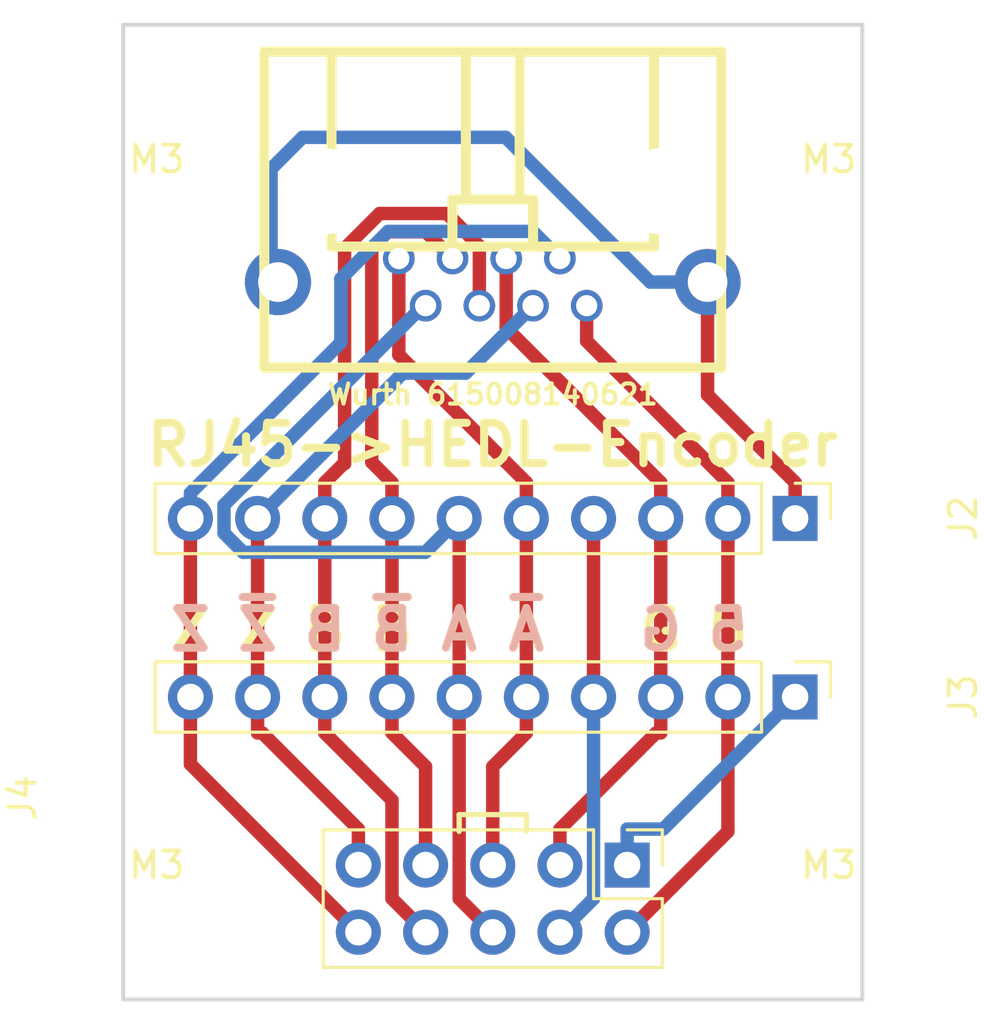
<source format=kicad_pcb>
(kicad_pcb (version 4) (host pcbnew 4.0.7-e2-6376~58~ubuntu17.04.1)

  (general
    (links 29)
    (no_connects 0)
    (area 134.544999 86.284999 162.635001 123.265001)
    (thickness 1.6)
    (drawings 32)
    (tracks 94)
    (zones 0)
    (modules 8)
    (nets 12)
  )

  (page A4)
  (layers
    (0 F.Cu signal)
    (31 B.Cu signal)
    (32 B.Adhes user)
    (33 F.Adhes user)
    (34 B.Paste user)
    (35 F.Paste user)
    (36 B.SilkS user)
    (37 F.SilkS user)
    (38 B.Mask user)
    (39 F.Mask user)
    (40 Dwgs.User user hide)
    (41 Cmts.User user hide)
    (42 Eco1.User user hide)
    (43 Eco2.User user hide)
    (44 Edge.Cuts user)
    (45 Margin user hide)
    (46 B.CrtYd user hide)
    (47 F.CrtYd user hide)
    (48 B.Fab user hide)
    (49 F.Fab user hide)
  )

  (setup
    (last_trace_width 0.508)
    (trace_clearance 0.1524)
    (zone_clearance 0.508)
    (zone_45_only no)
    (trace_min 0.1524)
    (segment_width 0.2)
    (edge_width 0.15)
    (via_size 0.6858)
    (via_drill 0.3302)
    (via_min_size 0.6858)
    (via_min_drill 0.3302)
    (uvia_size 0.762)
    (uvia_drill 0.508)
    (uvias_allowed no)
    (uvia_min_size 0)
    (uvia_min_drill 0)
    (pcb_text_width 0.3)
    (pcb_text_size 1.5 1.5)
    (mod_edge_width 0.15)
    (mod_text_size 1 1)
    (mod_text_width 0.15)
    (pad_size 1.524 1.524)
    (pad_drill 0.762)
    (pad_to_mask_clearance 0.2)
    (aux_axis_origin 0 0)
    (visible_elements FFFF5E21)
    (pcbplotparams
      (layerselection 0x00030_80000001)
      (usegerberextensions false)
      (excludeedgelayer true)
      (linewidth 0.100000)
      (plotframeref false)
      (viasonmask false)
      (mode 1)
      (useauxorigin false)
      (hpglpennumber 1)
      (hpglpenspeed 20)
      (hpglpendiameter 15)
      (hpglpenoverlay 2)
      (psnegative false)
      (psa4output false)
      (plotreference true)
      (plotvalue true)
      (plotinvisibletext false)
      (padsonsilk false)
      (subtractmaskfromsilk false)
      (outputformat 1)
      (mirror false)
      (drillshape 1)
      (scaleselection 1)
      (outputdirectory ""))
  )

  (net 0 "")
  (net 1 "Net-(J1-Pad3)")
  (net 2 "Net-(J1-Pad1)")
  (net 3 "Net-(J1-Pad2)")
  (net 4 "Net-(J1-Pad4)")
  (net 5 "Net-(J1-Pad10)")
  (net 6 "Net-(J1-Pad6)")
  (net 7 "Net-(J1-Pad7)")
  (net 8 "Net-(J1-Pad8)")
  (net 9 "Net-(J2-Pad4)")
  (net 10 "Net-(J1-Pad5)")
  (net 11 "Net-(J3-Pad1)")

  (net_class Default "This is the default net class."
    (clearance 0.1524)
    (trace_width 0.508)
    (via_dia 0.6858)
    (via_drill 0.3302)
    (uvia_dia 0.762)
    (uvia_drill 0.508)
    (add_net "Net-(J1-Pad1)")
    (add_net "Net-(J1-Pad10)")
    (add_net "Net-(J1-Pad2)")
    (add_net "Net-(J1-Pad3)")
    (add_net "Net-(J1-Pad4)")
    (add_net "Net-(J1-Pad5)")
    (add_net "Net-(J1-Pad6)")
    (add_net "Net-(J1-Pad7)")
    (add_net "Net-(J1-Pad8)")
    (add_net "Net-(J2-Pad4)")
    (add_net "Net-(J3-Pad1)")
  )

  (module kflopbreakout:rj45-shield2 (layer F.Cu) (tedit 59F2D071) (tstamp 59F2BE30)
    (at 148.59 92.71 180)
    (descr "RJ45, shielded")
    (path /59F19995)
    (fp_text reference "Wurth 615008140621" (at 0 -7.62 180) (layer F.SilkS)
      (effects (font (size 0.762 0.762) (thickness 0.1524)))
    )
    (fp_text value RJ45->HEDL-Encoder (at 0 -9.525 180) (layer F.SilkS)
      (effects (font (thickness 0.3048)))
    )
    (fp_line (start 8.636 5.334) (end 8.636 -6.604) (layer F.SilkS) (width 0.381))
    (fp_line (start -8.636 -6.604) (end -8.636 5.334) (layer F.SilkS) (width 0.381))
    (fp_line (start 1.524 -0.254) (end -1.524 -0.254) (layer F.SilkS) (width 0.381))
    (fp_line (start 1.016 -0.254) (end 1.016 5.334) (layer F.SilkS) (width 0.381))
    (fp_line (start 1.524 -2.032) (end 1.524 -0.254) (layer F.SilkS) (width 0.381))
    (fp_line (start -1.524 -0.254) (end -1.524 -2.032) (layer F.SilkS) (width 0.381))
    (fp_line (start -1.016 5.334) (end -1.016 -0.254) (layer F.SilkS) (width 0.381))
    (fp_line (start -6.096 5.334) (end -6.096 -2.032) (layer F.SilkS) (width 0.381))
    (fp_line (start -6.096 -2.032) (end 6.096 -2.032) (layer F.SilkS) (width 0.381))
    (fp_line (start 6.096 -2.032) (end 6.096 5.334) (layer F.SilkS) (width 0.381))
    (fp_line (start -8.636 -6.604) (end 8.636 -6.604) (layer F.SilkS) (width 0.381))
    (fp_line (start 8.636 5.334) (end -8.636 5.334) (layer F.SilkS) (width 0.381))
    (pad 3 thru_hole circle (at 1.52146 -2.48412 180) (size 1.19888 1.19888) (drill 0.8001) (layers *.Cu *.Mask)
      (net 1 "Net-(J1-Pad3)"))
    (pad 1 thru_hole circle (at 3.55092 -2.48412 180) (size 1.19888 1.19888) (drill 0.8001) (layers *.Cu *.Mask)
      (net 2 "Net-(J1-Pad1)"))
    (pad 2 thru_hole circle (at 2.53746 -4.26466 180) (size 1.19888 1.19888) (drill 0.8001) (layers *.Cu *.Mask)
      (net 3 "Net-(J1-Pad2)"))
    (pad 4 thru_hole circle (at 0.508 -4.26466 180) (size 1.19888 1.19888) (drill 0.8001) (layers *.Cu *.Mask)
      (net 4 "Net-(J1-Pad4)"))
    (pad 5 thru_hole circle (at -0.508 -2.48412 180) (size 1.19888 1.19888) (drill 0.8001) (layers *.Cu *.Mask)
      (net 10 "Net-(J1-Pad5)"))
    (pad 6 thru_hole circle (at -1.52146 -4.26466 180) (size 1.19888 1.19888) (drill 0.8001) (layers *.Cu *.Mask)
      (net 6 "Net-(J1-Pad6)"))
    (pad 7 thru_hole circle (at -2.53746 -2.48412 180) (size 1.19888 1.19888) (drill 0.8001) (layers *.Cu *.Mask)
      (net 7 "Net-(J1-Pad7)"))
    (pad 8 thru_hole circle (at -3.55092 -4.26466 180) (size 1.19888 1.19888) (drill 0.8001) (layers *.Cu *.Mask)
      (net 8 "Net-(J1-Pad8)"))
    (pad 10 thru_hole circle (at -8.12038 -3.37312 180) (size 2.49936 2.49936) (drill 1.50114) (layers *.Cu *.Mask)
      (net 5 "Net-(J1-Pad10)"))
    (pad 9 thru_hole circle (at 8.12038 -3.37312 180) (size 2.49936 2.49936) (drill 1.50114) (layers *.Cu *.Mask)
      (net 5 "Net-(J1-Pad10)"))
    (pad "" np_thru_hole circle (at -6.33984 0.05588 180) (size 3.2512 3.2512) (drill 3.2512) (layers *.Cu))
    (pad "" np_thru_hole circle (at 6.33984 0.05588 180) (size 3.2512 3.2512) (drill 3.2512) (layers *.Cu))
    (model walter/conn_pc/rj45-shield.wrl
      (at (xyz 0 0 0))
      (scale (xyz 1 1 1))
      (rotate (xyz 0 0 0))
    )
  )

  (module Pin_Headers:Pin_Header_Straight_1x10_Pitch2.54mm (layer F.Cu) (tedit 59F2CC3F) (tstamp 59F2BE3E)
    (at 160.02 105.0141 270)
    (descr "Through hole straight pin header, 1x10, 2.54mm pitch, single row")
    (tags "Through hole pin header THT 1x10 2.54mm single row")
    (path /59E70D66)
    (fp_text reference J2 (at 0 -6.35 270) (layer F.SilkS)
      (effects (font (size 1 1) (thickness 0.15)))
    )
    (fp_text value Conn_01x10 (at 0 25.19 270) (layer F.Fab)
      (effects (font (size 1 1) (thickness 0.15)))
    )
    (fp_line (start -0.635 -1.27) (end 1.27 -1.27) (layer F.Fab) (width 0.1))
    (fp_line (start 1.27 -1.27) (end 1.27 24.13) (layer F.Fab) (width 0.1))
    (fp_line (start 1.27 24.13) (end -1.27 24.13) (layer F.Fab) (width 0.1))
    (fp_line (start -1.27 24.13) (end -1.27 -0.635) (layer F.Fab) (width 0.1))
    (fp_line (start -1.27 -0.635) (end -0.635 -1.27) (layer F.Fab) (width 0.1))
    (fp_line (start -1.33 24.19) (end 1.33 24.19) (layer F.SilkS) (width 0.12))
    (fp_line (start -1.33 1.27) (end -1.33 24.19) (layer F.SilkS) (width 0.12))
    (fp_line (start 1.33 1.27) (end 1.33 24.19) (layer F.SilkS) (width 0.12))
    (fp_line (start -1.33 1.27) (end 1.33 1.27) (layer F.SilkS) (width 0.12))
    (fp_line (start -1.33 0) (end -1.33 -1.33) (layer F.SilkS) (width 0.12))
    (fp_line (start -1.33 -1.33) (end 0 -1.33) (layer F.SilkS) (width 0.12))
    (fp_line (start -1.8 -1.8) (end -1.8 24.65) (layer F.CrtYd) (width 0.05))
    (fp_line (start -1.8 24.65) (end 1.8 24.65) (layer F.CrtYd) (width 0.05))
    (fp_line (start 1.8 24.65) (end 1.8 -1.8) (layer F.CrtYd) (width 0.05))
    (fp_line (start 1.8 -1.8) (end -1.8 -1.8) (layer F.CrtYd) (width 0.05))
    (fp_text user %R (at 0 11.43 360) (layer F.Fab)
      (effects (font (size 1 1) (thickness 0.15)))
    )
    (pad 1 thru_hole rect (at 0 0 270) (size 1.7 1.7) (drill 1) (layers *.Cu *.Mask)
      (net 5 "Net-(J1-Pad10)"))
    (pad 2 thru_hole oval (at 0 2.54 270) (size 1.7 1.7) (drill 1) (layers *.Cu *.Mask)
      (net 8 "Net-(J1-Pad8)"))
    (pad 3 thru_hole oval (at 0 5.08 270) (size 1.7 1.7) (drill 1) (layers *.Cu *.Mask)
      (net 10 "Net-(J1-Pad5)"))
    (pad 4 thru_hole oval (at 0 7.62 270) (size 1.7 1.7) (drill 1) (layers *.Cu *.Mask)
      (net 9 "Net-(J2-Pad4)"))
    (pad 5 thru_hole oval (at 0 10.16 270) (size 1.7 1.7) (drill 1) (layers *.Cu *.Mask)
      (net 2 "Net-(J1-Pad1)"))
    (pad 6 thru_hole oval (at 0 12.7 270) (size 1.7 1.7) (drill 1) (layers *.Cu *.Mask)
      (net 3 "Net-(J1-Pad2)"))
    (pad 7 thru_hole oval (at 0 15.24 270) (size 1.7 1.7) (drill 1) (layers *.Cu *.Mask)
      (net 1 "Net-(J1-Pad3)"))
    (pad 8 thru_hole oval (at 0 17.78 270) (size 1.7 1.7) (drill 1) (layers *.Cu *.Mask)
      (net 4 "Net-(J1-Pad4)"))
    (pad 9 thru_hole oval (at 0 20.32 270) (size 1.7 1.7) (drill 1) (layers *.Cu *.Mask)
      (net 6 "Net-(J1-Pad6)"))
    (pad 10 thru_hole oval (at 0 22.86 270) (size 1.7 1.7) (drill 1) (layers *.Cu *.Mask)
      (net 7 "Net-(J1-Pad7)"))
    (model ${KISYS3DMOD}/Pin_Headers.3dshapes/Pin_Header_Straight_1x10_Pitch2.54mm.wrl
      (at (xyz 0 0 0))
      (scale (xyz 1 1 1))
      (rotate (xyz 0 0 0))
    )
  )

  (module Pin_Headers:Pin_Header_Straight_1x10_Pitch2.54mm (layer F.Cu) (tedit 59F2CC44) (tstamp 59F2BE4C)
    (at 160.02 111.76 270)
    (descr "Through hole straight pin header, 1x10, 2.54mm pitch, single row")
    (tags "Through hole pin header THT 1x10 2.54mm single row")
    (path /59E70E0F)
    (fp_text reference J3 (at 0 -6.35 270) (layer F.SilkS)
      (effects (font (size 1 1) (thickness 0.15)))
    )
    (fp_text value Conn_01x10 (at 0 25.19 270) (layer F.Fab)
      (effects (font (size 1 1) (thickness 0.15)))
    )
    (fp_line (start -0.635 -1.27) (end 1.27 -1.27) (layer F.Fab) (width 0.1))
    (fp_line (start 1.27 -1.27) (end 1.27 24.13) (layer F.Fab) (width 0.1))
    (fp_line (start 1.27 24.13) (end -1.27 24.13) (layer F.Fab) (width 0.1))
    (fp_line (start -1.27 24.13) (end -1.27 -0.635) (layer F.Fab) (width 0.1))
    (fp_line (start -1.27 -0.635) (end -0.635 -1.27) (layer F.Fab) (width 0.1))
    (fp_line (start -1.33 24.19) (end 1.33 24.19) (layer F.SilkS) (width 0.12))
    (fp_line (start -1.33 1.27) (end -1.33 24.19) (layer F.SilkS) (width 0.12))
    (fp_line (start 1.33 1.27) (end 1.33 24.19) (layer F.SilkS) (width 0.12))
    (fp_line (start -1.33 1.27) (end 1.33 1.27) (layer F.SilkS) (width 0.12))
    (fp_line (start -1.33 0) (end -1.33 -1.33) (layer F.SilkS) (width 0.12))
    (fp_line (start -1.33 -1.33) (end 0 -1.33) (layer F.SilkS) (width 0.12))
    (fp_line (start -1.8 -1.8) (end -1.8 24.65) (layer F.CrtYd) (width 0.05))
    (fp_line (start -1.8 24.65) (end 1.8 24.65) (layer F.CrtYd) (width 0.05))
    (fp_line (start 1.8 24.65) (end 1.8 -1.8) (layer F.CrtYd) (width 0.05))
    (fp_line (start 1.8 -1.8) (end -1.8 -1.8) (layer F.CrtYd) (width 0.05))
    (fp_text user %R (at 0 11.43 360) (layer F.Fab)
      (effects (font (size 1 1) (thickness 0.15)))
    )
    (pad 1 thru_hole rect (at 0 0 270) (size 1.7 1.7) (drill 1) (layers *.Cu *.Mask)
      (net 11 "Net-(J3-Pad1)"))
    (pad 2 thru_hole oval (at 0 2.54 270) (size 1.7 1.7) (drill 1) (layers *.Cu *.Mask)
      (net 8 "Net-(J1-Pad8)"))
    (pad 3 thru_hole oval (at 0 5.08 270) (size 1.7 1.7) (drill 1) (layers *.Cu *.Mask)
      (net 10 "Net-(J1-Pad5)"))
    (pad 4 thru_hole oval (at 0 7.62 270) (size 1.7 1.7) (drill 1) (layers *.Cu *.Mask)
      (net 9 "Net-(J2-Pad4)"))
    (pad 5 thru_hole oval (at 0 10.16 270) (size 1.7 1.7) (drill 1) (layers *.Cu *.Mask)
      (net 2 "Net-(J1-Pad1)"))
    (pad 6 thru_hole oval (at 0 12.7 270) (size 1.7 1.7) (drill 1) (layers *.Cu *.Mask)
      (net 3 "Net-(J1-Pad2)"))
    (pad 7 thru_hole oval (at 0 15.24 270) (size 1.7 1.7) (drill 1) (layers *.Cu *.Mask)
      (net 1 "Net-(J1-Pad3)"))
    (pad 8 thru_hole oval (at 0 17.78 270) (size 1.7 1.7) (drill 1) (layers *.Cu *.Mask)
      (net 4 "Net-(J1-Pad4)"))
    (pad 9 thru_hole oval (at 0 20.32 270) (size 1.7 1.7) (drill 1) (layers *.Cu *.Mask)
      (net 6 "Net-(J1-Pad6)"))
    (pad 10 thru_hole oval (at 0 22.86 270) (size 1.7 1.7) (drill 1) (layers *.Cu *.Mask)
      (net 7 "Net-(J1-Pad7)"))
    (model ${KISYS3DMOD}/Pin_Headers.3dshapes/Pin_Header_Straight_1x10_Pitch2.54mm.wrl
      (at (xyz 0 0 0))
      (scale (xyz 1 1 1))
      (rotate (xyz 0 0 0))
    )
  )

  (module Pin_Headers:Pin_Header_Straight_2x05_Pitch2.54mm (layer F.Cu) (tedit 59F2CC55) (tstamp 59F2BE5A)
    (at 153.67 118.11 270)
    (descr "Through hole straight pin header, 2x05, 2.54mm pitch, double rows")
    (tags "Through hole pin header THT 2x05 2.54mm double row")
    (path /59E70C4D)
    (fp_text reference J4 (at -2.54 22.86 270) (layer F.SilkS)
      (effects (font (size 1 1) (thickness 0.15)))
    )
    (fp_text value Conn_02x05_Odd_Even (at 1.27 12.49 270) (layer F.Fab)
      (effects (font (size 1 1) (thickness 0.15)))
    )
    (fp_line (start 0 -1.27) (end 3.81 -1.27) (layer F.Fab) (width 0.1))
    (fp_line (start 3.81 -1.27) (end 3.81 11.43) (layer F.Fab) (width 0.1))
    (fp_line (start 3.81 11.43) (end -1.27 11.43) (layer F.Fab) (width 0.1))
    (fp_line (start -1.27 11.43) (end -1.27 0) (layer F.Fab) (width 0.1))
    (fp_line (start -1.27 0) (end 0 -1.27) (layer F.Fab) (width 0.1))
    (fp_line (start -1.33 11.49) (end 3.87 11.49) (layer F.SilkS) (width 0.12))
    (fp_line (start -1.33 1.27) (end -1.33 11.49) (layer F.SilkS) (width 0.12))
    (fp_line (start 3.87 -1.33) (end 3.87 11.49) (layer F.SilkS) (width 0.12))
    (fp_line (start -1.33 1.27) (end 1.27 1.27) (layer F.SilkS) (width 0.12))
    (fp_line (start 1.27 1.27) (end 1.27 -1.33) (layer F.SilkS) (width 0.12))
    (fp_line (start 1.27 -1.33) (end 3.87 -1.33) (layer F.SilkS) (width 0.12))
    (fp_line (start -1.33 0) (end -1.33 -1.33) (layer F.SilkS) (width 0.12))
    (fp_line (start -1.33 -1.33) (end 0 -1.33) (layer F.SilkS) (width 0.12))
    (fp_line (start -1.8 -1.8) (end -1.8 11.95) (layer F.CrtYd) (width 0.05))
    (fp_line (start -1.8 11.95) (end 4.35 11.95) (layer F.CrtYd) (width 0.05))
    (fp_line (start 4.35 11.95) (end 4.35 -1.8) (layer F.CrtYd) (width 0.05))
    (fp_line (start 4.35 -1.8) (end -1.8 -1.8) (layer F.CrtYd) (width 0.05))
    (fp_text user %R (at 1.27 5.08 360) (layer F.Fab)
      (effects (font (size 1 1) (thickness 0.15)))
    )
    (pad 1 thru_hole rect (at 0 0 270) (size 1.7 1.7) (drill 1) (layers *.Cu *.Mask)
      (net 11 "Net-(J3-Pad1)"))
    (pad 2 thru_hole oval (at 2.54 0 270) (size 1.7 1.7) (drill 1) (layers *.Cu *.Mask)
      (net 8 "Net-(J1-Pad8)"))
    (pad 3 thru_hole oval (at 0 2.54 270) (size 1.7 1.7) (drill 1) (layers *.Cu *.Mask)
      (net 10 "Net-(J1-Pad5)"))
    (pad 4 thru_hole oval (at 2.54 2.54 270) (size 1.7 1.7) (drill 1) (layers *.Cu *.Mask)
      (net 9 "Net-(J2-Pad4)"))
    (pad 5 thru_hole oval (at 0 5.08 270) (size 1.7 1.7) (drill 1) (layers *.Cu *.Mask)
      (net 2 "Net-(J1-Pad1)"))
    (pad 6 thru_hole oval (at 2.54 5.08 270) (size 1.7 1.7) (drill 1) (layers *.Cu *.Mask)
      (net 3 "Net-(J1-Pad2)"))
    (pad 7 thru_hole oval (at 0 7.62 270) (size 1.7 1.7) (drill 1) (layers *.Cu *.Mask)
      (net 1 "Net-(J1-Pad3)"))
    (pad 8 thru_hole oval (at 2.54 7.62 270) (size 1.7 1.7) (drill 1) (layers *.Cu *.Mask)
      (net 4 "Net-(J1-Pad4)"))
    (pad 9 thru_hole oval (at 0 10.16 270) (size 1.7 1.7) (drill 1) (layers *.Cu *.Mask)
      (net 6 "Net-(J1-Pad6)"))
    (pad 10 thru_hole oval (at 2.54 10.16 270) (size 1.7 1.7) (drill 1) (layers *.Cu *.Mask)
      (net 7 "Net-(J1-Pad7)"))
    (model ${KISYS3DMOD}/Pin_Headers.3dshapes/Pin_Header_Straight_2x05_Pitch2.54mm.wrl
      (at (xyz 0 0 0))
      (scale (xyz 1 1 1))
      (rotate (xyz 0 0 0))
    )
  )

  (module Mounting_Holes:MountingHole_3.2mm_M3 (layer F.Cu) (tedit 59F2D14B) (tstamp 59F2C32B)
    (at 137.16 88.9)
    (descr "Mounting Hole 3.2mm, no annular, M3")
    (tags "mounting hole 3.2mm no annular m3")
    (attr virtual)
    (fp_text reference M3 (at -1.27 2.54) (layer F.SilkS)
      (effects (font (size 1 1) (thickness 0.15)))
    )
    (fp_text value MountingHole_3.2mm_M3 (at 0 4.2) (layer F.Fab)
      (effects (font (size 1 1) (thickness 0.15)))
    )
    (fp_text user %R (at 0.3 0) (layer F.Fab)
      (effects (font (size 1 1) (thickness 0.15)))
    )
    (fp_circle (center 0 0) (end 3.2 0) (layer Cmts.User) (width 0.15))
    (fp_circle (center 0 0) (end 3.45 0) (layer F.CrtYd) (width 0.05))
    (pad 1 np_thru_hole circle (at 0 0) (size 3.2 3.2) (drill 3.2) (layers *.Cu *.Mask))
  )

  (module Mounting_Holes:MountingHole_3.2mm_M3 (layer F.Cu) (tedit 59F2D153) (tstamp 59F2C33C)
    (at 160.02 88.9)
    (descr "Mounting Hole 3.2mm, no annular, M3")
    (tags "mounting hole 3.2mm no annular m3")
    (attr virtual)
    (fp_text reference M3 (at 1.27 2.54) (layer F.SilkS)
      (effects (font (size 1 1) (thickness 0.15)))
    )
    (fp_text value MountingHole_3.2mm_M3 (at 0 4.2) (layer F.Fab)
      (effects (font (size 1 1) (thickness 0.15)))
    )
    (fp_text user %R (at 0.3 0) (layer F.Fab)
      (effects (font (size 1 1) (thickness 0.15)))
    )
    (fp_circle (center 0 0) (end 3.2 0) (layer Cmts.User) (width 0.15))
    (fp_circle (center 0 0) (end 3.45 0) (layer F.CrtYd) (width 0.05))
    (pad 1 np_thru_hole circle (at 0 0) (size 3.2 3.2) (drill 3.2) (layers *.Cu *.Mask))
  )

  (module Mounting_Holes:MountingHole_3.2mm_M3 (layer F.Cu) (tedit 59F2D15D) (tstamp 59F2C341)
    (at 137.16 120.65)
    (descr "Mounting Hole 3.2mm, no annular, M3")
    (tags "mounting hole 3.2mm no annular m3")
    (attr virtual)
    (fp_text reference M3 (at -1.27 -2.54) (layer F.SilkS)
      (effects (font (size 1 1) (thickness 0.15)))
    )
    (fp_text value MountingHole_3.2mm_M3 (at 0 4.2) (layer F.Fab)
      (effects (font (size 1 1) (thickness 0.15)))
    )
    (fp_text user %R (at 0.3 0) (layer F.Fab)
      (effects (font (size 1 1) (thickness 0.15)))
    )
    (fp_circle (center 0 0) (end 3.2 0) (layer Cmts.User) (width 0.15))
    (fp_circle (center 0 0) (end 3.45 0) (layer F.CrtYd) (width 0.05))
    (pad 1 np_thru_hole circle (at 0 0) (size 3.2 3.2) (drill 3.2) (layers *.Cu *.Mask))
  )

  (module Mounting_Holes:MountingHole_3.2mm_M3 (layer F.Cu) (tedit 59F2CF52) (tstamp 59F2C347)
    (at 160.02 120.65)
    (descr "Mounting Hole 3.2mm, no annular, M3")
    (tags "mounting hole 3.2mm no annular m3")
    (attr virtual)
    (fp_text reference M3 (at 1.27 -2.54) (layer F.SilkS)
      (effects (font (size 1 1) (thickness 0.15)))
    )
    (fp_text value MountingHole_3.2mm_M3 (at 0 4.2) (layer F.Fab)
      (effects (font (size 1 1) (thickness 0.15)))
    )
    (fp_text user %R (at 0.3 0) (layer F.Fab)
      (effects (font (size 1 1) (thickness 0.15)))
    )
    (fp_circle (center 0 0) (end 3.2 0) (layer Cmts.User) (width 0.15))
    (fp_circle (center 0 0) (end 3.45 0) (layer F.CrtYd) (width 0.05))
    (pad 1 np_thru_hole circle (at 0 0) (size 3.2 3.2) (drill 3.2) (layers *.Cu *.Mask))
  )

  (gr_line (start 147.32 116.205) (end 147.32 116.84) (angle 90) (layer F.SilkS) (width 0.2))
  (gr_line (start 149.86 116.205) (end 147.32 116.205) (angle 90) (layer F.SilkS) (width 0.2))
  (gr_line (start 149.86 116.84) (end 149.86 116.205) (angle 90) (layer F.SilkS) (width 0.2))
  (gr_text Z (at 137.16 109.22) (layer B.SilkS)
    (effects (font (size 1.5 1.5) (thickness 0.3)) (justify mirror))
  )
  (gr_text ~Z (at 139.7 109.22) (layer B.SilkS)
    (effects (font (size 1.5 1.5) (thickness 0.3)) (justify mirror))
  )
  (gr_text B (at 142.24 109.22) (layer B.SilkS)
    (effects (font (size 1.5 1.5) (thickness 0.3)) (justify mirror))
  )
  (gr_text ~B (at 144.78 109.22) (layer B.SilkS)
    (effects (font (size 1.5 1.5) (thickness 0.3)) (justify mirror))
  )
  (gr_text A (at 147.32 109.22) (layer B.SilkS)
    (effects (font (size 1.5 1.5) (thickness 0.3)) (justify mirror))
  )
  (gr_text ~A (at 149.86 109.22) (layer B.SilkS)
    (effects (font (size 1.5 1.5) (thickness 0.3)) (justify mirror))
  )
  (gr_text G (at 154.94 109.22) (layer B.SilkS)
    (effects (font (size 1.5 1.5) (thickness 0.3)) (justify mirror))
  )
  (gr_text 5 (at 157.48 109.22) (layer B.SilkS)
    (effects (font (size 1.5 1.5) (thickness 0.3)) (justify mirror))
  )
  (gr_text Z (at 137.16 109.22) (layer F.Paste)
    (effects (font (size 1.5 1.5) (thickness 0.3)))
  )
  (gr_text ~Z (at 139.7 109.22) (layer F.Paste)
    (effects (font (size 1.5 1.5) (thickness 0.3)))
  )
  (gr_text B (at 142.24 109.22) (layer F.Paste)
    (effects (font (size 1.5 1.5) (thickness 0.3)))
  )
  (gr_text ~B (at 144.78 109.22) (layer F.Paste)
    (effects (font (size 1.5 1.5) (thickness 0.3)))
  )
  (gr_text A (at 147.32 109.22) (layer F.Paste)
    (effects (font (size 1.5 1.5) (thickness 0.3)))
  )
  (gr_text ~A (at 149.86 109.22) (layer F.Paste)
    (effects (font (size 1.5 1.5) (thickness 0.3)))
  )
  (gr_text G (at 154.94 109.22) (layer F.Paste)
    (effects (font (size 1.5 1.5) (thickness 0.3)))
  )
  (gr_text 5 (at 157.48 109.22) (layer F.Paste)
    (effects (font (size 1.5 1.5) (thickness 0.3)))
  )
  (gr_text 5 (at 157.48 109.22) (layer F.SilkS)
    (effects (font (size 1.5 1.5) (thickness 0.3)))
  )
  (gr_text Z (at 137.16 109.22) (layer F.SilkS)
    (effects (font (size 1.5 1.5) (thickness 0.3)))
  )
  (gr_text ~Z (at 139.7 109.22) (layer F.SilkS)
    (effects (font (size 1.5 1.5) (thickness 0.3)))
  )
  (gr_text G (at 154.94 109.22) (layer F.SilkS)
    (effects (font (size 1.5 1.5) (thickness 0.3)))
  )
  (gr_text B (at 142.24 109.22) (layer F.SilkS)
    (effects (font (size 1.5 1.5) (thickness 0.3)))
  )
  (gr_text ~B (at 144.78 109.22) (layer F.SilkS)
    (effects (font (size 1.5 1.5) (thickness 0.3)))
  )
  (gr_text A (at 147.32 109.22) (layer F.SilkS)
    (effects (font (size 1.5 1.5) (thickness 0.3)))
  )
  (gr_text ~A (at 149.86 109.22) (layer F.SilkS)
    (effects (font (size 1.5 1.5) (thickness 0.3)))
  )
  (gr_line (start 134.62 123.19) (end 134.62 105.41) (angle 90) (layer Edge.Cuts) (width 0.15))
  (gr_line (start 162.56 123.19) (end 134.62 123.19) (angle 90) (layer Edge.Cuts) (width 0.15))
  (gr_line (start 162.56 86.36) (end 162.56 123.19) (angle 90) (layer Edge.Cuts) (width 0.15))
  (gr_line (start 134.62 86.36) (end 162.56 86.36) (angle 90) (layer Edge.Cuts) (width 0.15))
  (gr_line (start 134.62 105.41) (end 134.62 86.36) (angle 90) (layer Edge.Cuts) (width 0.15))

  (segment (start 146.05 114.388) (end 146.05 118.11) (width 0.508) (layer F.Cu) (net 1))
  (segment (start 144.78 113.118) (end 146.05 114.388) (width 0.508) (layer F.Cu) (net 1))
  (segment (start 144.78 111.76) (end 144.78 113.118) (width 0.508) (layer F.Cu) (net 1))
  (segment (start 144.78 105.41) (end 144.78 111.76) (width 0.508) (layer F.Cu) (net 1))
  (segment (start 144.78 105.41) (end 144.78 105.0141) (width 0.508) (layer F.Cu) (net 1))
  (segment (start 146.0577 94.1833) (end 147.0685 95.1941) (width 0.508) (layer F.Cu) (net 1))
  (segment (start 144.6255 94.1833) (end 146.0577 94.1833) (width 0.508) (layer F.Cu) (net 1))
  (segment (start 144.0166 94.7922) (end 144.6255 94.1833) (width 0.508) (layer F.Cu) (net 1))
  (segment (start 144.0166 102.8927) (end 144.0166 94.7922) (width 0.508) (layer F.Cu) (net 1))
  (segment (start 144.78 103.6561) (end 144.0166 102.8927) (width 0.508) (layer F.Cu) (net 1))
  (segment (start 144.78 105.0141) (end 144.78 103.6561) (width 0.508) (layer F.Cu) (net 1))
  (segment (start 149.86 111.76) (end 149.86 113.118) (width 0.508) (layer F.Cu) (net 2))
  (segment (start 148.59 114.388) (end 149.86 113.118) (width 0.508) (layer F.Cu) (net 2))
  (segment (start 148.59 118.11) (end 148.59 114.388) (width 0.508) (layer F.Cu) (net 2))
  (segment (start 145.0391 98.8352) (end 145.0391 95.1941) (width 0.508) (layer F.Cu) (net 2))
  (segment (start 149.86 103.6561) (end 145.0391 98.8352) (width 0.508) (layer F.Cu) (net 2))
  (segment (start 149.86 105.41) (end 149.86 111.76) (width 0.508) (layer F.Cu) (net 2))
  (segment (start 149.86 105.41) (end 149.86 105.0141) (width 0.508) (layer F.Cu) (net 2))
  (segment (start 149.86 105.0141) (end 149.86 103.6561) (width 0.508) (layer F.Cu) (net 2))
  (segment (start 147.32 105.41) (end 147.32 111.76) (width 0.508) (layer F.Cu) (net 3))
  (segment (start 147.32 119.38) (end 148.59 120.65) (width 0.508) (layer F.Cu) (net 3))
  (segment (start 147.32 111.76) (end 147.32 119.38) (width 0.508) (layer F.Cu) (net 3))
  (segment (start 146.0416 106.2925) (end 147.32 105.0141) (width 0.508) (layer B.Cu) (net 3))
  (segment (start 139.1555 106.2925) (end 146.0416 106.2925) (width 0.508) (layer B.Cu) (net 3))
  (segment (start 138.43 105.567) (end 139.1555 106.2925) (width 0.508) (layer B.Cu) (net 3))
  (segment (start 138.43 104.5068) (end 138.43 105.567) (width 0.508) (layer B.Cu) (net 3))
  (segment (start 145.9621 96.9747) (end 138.43 104.5068) (width 0.508) (layer B.Cu) (net 3))
  (segment (start 146.0525 96.9747) (end 145.9621 96.9747) (width 0.508) (layer B.Cu) (net 3))
  (segment (start 147.32 105.41) (end 147.32 105.0141) (width 0.508) (layer F.Cu) (net 3))
  (segment (start 144.78 119.38) (end 146.05 120.65) (width 0.508) (layer F.Cu) (net 4))
  (segment (start 144.78 115.658) (end 144.78 119.38) (width 0.508) (layer F.Cu) (net 4))
  (segment (start 142.24 113.118) (end 144.78 115.658) (width 0.508) (layer F.Cu) (net 4))
  (segment (start 142.24 111.76) (end 142.24 113.118) (width 0.508) (layer F.Cu) (net 4))
  (segment (start 142.24 105.41) (end 142.24 111.76) (width 0.508) (layer F.Cu) (net 4))
  (segment (start 142.24 105.0141) (end 142.24 105.41) (width 0.508) (layer F.Cu) (net 4))
  (segment (start 142.24 105.0141) (end 142.24 103.6561) (width 0.508) (layer F.Cu) (net 4))
  (segment (start 142.9888 94.8162) (end 142.9888 102.944) (width 0.508) (layer F.Cu) (net 4))
  (segment (start 144.3123 93.4927) (end 142.9888 94.8162) (width 0.508) (layer F.Cu) (net 4))
  (segment (start 146.8527 93.4927) (end 144.3123 93.4927) (width 0.508) (layer F.Cu) (net 4))
  (segment (start 148.082 94.722) (end 146.8527 93.4927) (width 0.508) (layer F.Cu) (net 4))
  (segment (start 148.082 96.9747) (end 148.082 94.722) (width 0.508) (layer F.Cu) (net 4))
  (segment (start 142.9521 102.944) (end 142.24 103.6561) (width 0.508) (layer F.Cu) (net 4))
  (segment (start 142.9888 102.944) (end 142.9521 102.944) (width 0.508) (layer F.Cu) (net 4))
  (segment (start 154.5437 96.0831) (end 156.7104 96.0831) (width 0.508) (layer B.Cu) (net 5))
  (segment (start 149.0741 90.6135) (end 154.5437 96.0831) (width 0.508) (layer B.Cu) (net 5))
  (segment (start 141.4026 90.6135) (end 149.0741 90.6135) (width 0.508) (layer B.Cu) (net 5))
  (segment (start 140.2097 91.8064) (end 141.4026 90.6135) (width 0.508) (layer B.Cu) (net 5))
  (segment (start 140.2097 95.8232) (end 140.2097 91.8064) (width 0.508) (layer B.Cu) (net 5))
  (segment (start 140.4696 96.0831) (end 140.2097 95.8232) (width 0.508) (layer B.Cu) (net 5))
  (segment (start 156.7104 100.3465) (end 156.7104 96.0831) (width 0.508) (layer F.Cu) (net 5))
  (segment (start 160.02 103.6561) (end 156.7104 100.3465) (width 0.508) (layer F.Cu) (net 5))
  (segment (start 160.02 105.0141) (end 160.02 103.6561) (width 0.508) (layer F.Cu) (net 5))
  (segment (start 145.1898 99.5243) (end 139.7 105.0141) (width 0.508) (layer B.Cu) (net 6))
  (segment (start 147.5619 99.5243) (end 145.1898 99.5243) (width 0.508) (layer B.Cu) (net 6))
  (segment (start 150.1115 96.9747) (end 147.5619 99.5243) (width 0.508) (layer B.Cu) (net 6))
  (segment (start 139.7 105.41) (end 139.7 105.0141) (width 0.508) (layer F.Cu) (net 6))
  (segment (start 139.7 105.41) (end 139.7 111.76) (width 0.508) (layer F.Cu) (net 6))
  (segment (start 139.876 113.118) (end 143.51 116.752) (width 0.508) (layer F.Cu) (net 6))
  (segment (start 139.7 113.118) (end 139.876 113.118) (width 0.508) (layer F.Cu) (net 6))
  (segment (start 143.51 118.11) (end 143.51 116.752) (width 0.508) (layer F.Cu) (net 6))
  (segment (start 139.7 111.76) (end 139.7 113.118) (width 0.508) (layer F.Cu) (net 6))
  (segment (start 137.16 105.41) (end 137.16 111.76) (width 0.508) (layer F.Cu) (net 7))
  (segment (start 137.16 114.3) (end 143.51 120.65) (width 0.508) (layer F.Cu) (net 7))
  (segment (start 137.16 111.76) (end 137.16 114.3) (width 0.508) (layer F.Cu) (net 7))
  (segment (start 142.8458 98.3662) (end 137.16 104.052) (width 0.508) (layer B.Cu) (net 7))
  (segment (start 142.8458 95.9573) (end 142.8458 98.3662) (width 0.508) (layer B.Cu) (net 7))
  (segment (start 144.6356 94.1675) (end 142.8458 95.9573) (width 0.508) (layer B.Cu) (net 7))
  (segment (start 150.1009 94.1675) (end 144.6356 94.1675) (width 0.508) (layer B.Cu) (net 7))
  (segment (start 151.1275 95.1941) (end 150.1009 94.1675) (width 0.508) (layer B.Cu) (net 7))
  (segment (start 137.16 105.0141) (end 137.16 104.052) (width 0.508) (layer B.Cu) (net 7))
  (segment (start 137.16 105.41) (end 137.16 105.0141) (width 0.508) (layer F.Cu) (net 7))
  (segment (start 157.48 116.84) (end 153.67 120.65) (width 0.508) (layer F.Cu) (net 8))
  (segment (start 157.48 111.76) (end 157.48 116.84) (width 0.508) (layer F.Cu) (net 8))
  (segment (start 157.48 105.41) (end 157.48 111.76) (width 0.508) (layer F.Cu) (net 8))
  (segment (start 157.48 105.41) (end 157.48 105.0141) (width 0.508) (layer F.Cu) (net 8))
  (segment (start 152.1409 98.317) (end 152.1409 96.9747) (width 0.508) (layer F.Cu) (net 8))
  (segment (start 157.48 103.6561) (end 152.1409 98.317) (width 0.508) (layer F.Cu) (net 8))
  (segment (start 157.48 105.0141) (end 157.48 103.6561) (width 0.508) (layer F.Cu) (net 8))
  (segment (start 152.4 105.41) (end 152.4 111.76) (width 0.508) (layer F.Cu) (net 9))
  (segment (start 152.4 119.38) (end 151.13 120.65) (width 0.508) (layer B.Cu) (net 9))
  (segment (start 152.4 111.76) (end 152.4 119.38) (width 0.508) (layer B.Cu) (net 9))
  (segment (start 152.4 105.41) (end 152.4 105.0141) (width 0.508) (layer F.Cu) (net 9))
  (segment (start 154.764 113.118) (end 151.13 116.752) (width 0.508) (layer F.Cu) (net 10))
  (segment (start 154.94 113.118) (end 154.764 113.118) (width 0.508) (layer F.Cu) (net 10))
  (segment (start 151.13 118.11) (end 151.13 116.752) (width 0.508) (layer F.Cu) (net 10))
  (segment (start 154.94 111.76) (end 154.94 113.118) (width 0.508) (layer F.Cu) (net 10))
  (segment (start 149.098 97.8141) (end 149.098 95.1941) (width 0.508) (layer F.Cu) (net 10))
  (segment (start 154.94 103.6561) (end 149.098 97.8141) (width 0.508) (layer F.Cu) (net 10))
  (segment (start 154.94 105.41) (end 154.94 111.76) (width 0.508) (layer F.Cu) (net 10))
  (segment (start 154.94 105.41) (end 154.94 105.0141) (width 0.508) (layer F.Cu) (net 10))
  (segment (start 154.94 105.0141) (end 154.94 103.6561) (width 0.508) (layer F.Cu) (net 10))
  (segment (start 155.028 116.752) (end 160.02 111.76) (width 0.508) (layer B.Cu) (net 11))
  (segment (start 153.67 116.752) (end 155.028 116.752) (width 0.508) (layer B.Cu) (net 11))
  (segment (start 153.67 118.11) (end 153.67 116.752) (width 0.508) (layer B.Cu) (net 11))

)

</source>
